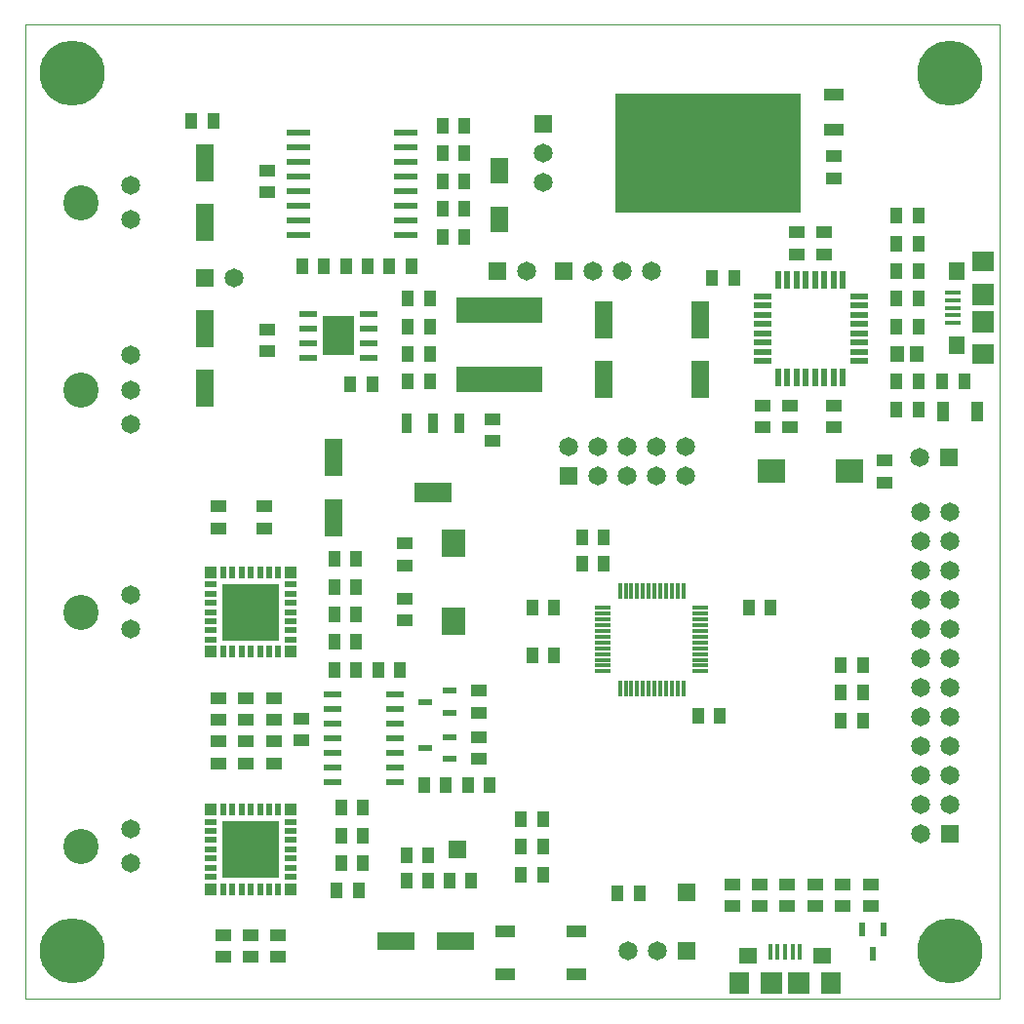
<source format=gts>
G04 (created by PCBNEW (2013-mar-13)-testing) date Tue 03 Sep 2013 07:06:26 PM EDT*
%MOIN*%
G04 Gerber Fmt 3.4, Leading zero omitted, Abs format*
%FSLAX34Y34*%
G01*
G70*
G90*
G04 APERTURE LIST*
%ADD10C,0.005906*%
%ADD11C,0.003937*%
%ADD12R,0.039370X0.057087*%
%ADD13R,0.057087X0.039370*%
%ADD14R,0.064961X0.127953*%
%ADD15R,0.061024X0.090551*%
%ADD16R,0.068898X0.041339*%
%ADD17R,0.041339X0.068898*%
%ADD18R,0.047244X0.057087*%
%ADD19R,0.015748X0.053150*%
%ADD20R,0.062992X0.055118*%
%ADD21R,0.070866X0.074803*%
%ADD22R,0.074803X0.074803*%
%ADD23R,0.053150X0.015748*%
%ADD24R,0.055118X0.062992*%
%ADD25R,0.074803X0.070866*%
%ADD26R,0.295276X0.086614*%
%ADD27C,0.222441*%
%ADD28R,0.064961X0.064961*%
%ADD29C,0.064961*%
%ADD30R,0.023622X0.051181*%
%ADD31R,0.051181X0.023622*%
%ADD32R,0.070866X0.043307*%
%ADD33R,0.057087X0.011811*%
%ADD34R,0.011811X0.057087*%
%ADD35R,0.080709X0.023622*%
%ADD36R,0.035433X0.070866*%
%ADD37R,0.125984X0.070866*%
%ADD38R,0.061024X0.023622*%
%ADD39R,0.106299X0.131890*%
%ADD40R,0.042520X0.042520*%
%ADD41R,0.042520X0.021654*%
%ADD42R,0.021654X0.042520*%
%ADD43R,0.196850X0.196850*%
%ADD44R,0.021654X0.059055*%
%ADD45R,0.059055X0.021654*%
%ADD46R,0.082677X0.096457*%
%ADD47R,0.096457X0.082677*%
%ADD48R,0.127953X0.064961*%
%ADD49R,0.631890X0.405512*%
%ADD50C,0.120079*%
G04 APERTURE END LIST*
G54D10*
G54D11*
X43385Y-47637D02*
X43385Y-14330D01*
X76692Y-47637D02*
X43385Y-47637D01*
X76692Y-14330D02*
X76692Y-47637D01*
X43385Y-14330D02*
X76692Y-14330D01*
G54D12*
X57893Y-43602D03*
X58641Y-43602D03*
G54D13*
X70393Y-43720D03*
X70393Y-44468D03*
X67559Y-43720D03*
X67559Y-44468D03*
G54D12*
X61476Y-34251D03*
X60728Y-34251D03*
X66397Y-37952D03*
X67145Y-37952D03*
G54D13*
X56377Y-32066D03*
X56377Y-32814D03*
G54D12*
X63169Y-32755D03*
X62421Y-32755D03*
X61476Y-35905D03*
X60728Y-35905D03*
X63641Y-44015D03*
X64389Y-44015D03*
X68129Y-34251D03*
X68877Y-34251D03*
G54D13*
X56377Y-34704D03*
X56377Y-33956D03*
G54D14*
X49527Y-19055D03*
X49527Y-21102D03*
G54D12*
X49822Y-17637D03*
X49074Y-17637D03*
X57657Y-18740D03*
X58405Y-18740D03*
G54D14*
X66456Y-24409D03*
X66456Y-26456D03*
G54D13*
X59370Y-27814D03*
X59370Y-28562D03*
G54D14*
X49527Y-26771D03*
X49527Y-24724D03*
G54D12*
X56476Y-23700D03*
X57224Y-23700D03*
G54D13*
X51653Y-24744D03*
X51653Y-25492D03*
G54D12*
X56476Y-24645D03*
X57224Y-24645D03*
G54D14*
X63149Y-24409D03*
X63149Y-26456D03*
G54D12*
X54704Y-36377D03*
X53956Y-36377D03*
G54D13*
X51889Y-38090D03*
X51889Y-37342D03*
X52047Y-46200D03*
X52047Y-45452D03*
G54D12*
X53956Y-35433D03*
X54704Y-35433D03*
G54D13*
X50944Y-39586D03*
X50944Y-38838D03*
G54D12*
X53956Y-32598D03*
X54704Y-32598D03*
X54192Y-41102D03*
X54940Y-41102D03*
G54D13*
X51574Y-31555D03*
X51574Y-30807D03*
G54D12*
X54035Y-43937D03*
X54783Y-43937D03*
G54D13*
X50944Y-37342D03*
X50944Y-38090D03*
X51102Y-45452D03*
X51102Y-46200D03*
G54D12*
X74744Y-26535D03*
X75492Y-26535D03*
X73917Y-22755D03*
X73169Y-22755D03*
X73917Y-20866D03*
X73169Y-20866D03*
G54D13*
X70708Y-22185D03*
X70708Y-21437D03*
X69527Y-27342D03*
X69527Y-28090D03*
G54D12*
X67618Y-22992D03*
X66870Y-22992D03*
G54D13*
X68582Y-28090D03*
X68582Y-27342D03*
G54D12*
X73169Y-24645D03*
X73917Y-24645D03*
G54D13*
X69763Y-22185D03*
X69763Y-21437D03*
X72755Y-29980D03*
X72755Y-29232D03*
X71023Y-27342D03*
X71023Y-28090D03*
G54D15*
X59606Y-21003D03*
X59606Y-19311D03*
G54D16*
X71023Y-17913D03*
X71023Y-16732D03*
G54D17*
X74763Y-27559D03*
X75944Y-27559D03*
G54D18*
X73877Y-25590D03*
X73208Y-25590D03*
G54D19*
X68858Y-46033D03*
X69114Y-46033D03*
X69370Y-46033D03*
X69625Y-46033D03*
X69881Y-46033D03*
G54D20*
X68110Y-46161D03*
X70629Y-46161D03*
G54D21*
X67795Y-47086D03*
X70944Y-47086D03*
G54D22*
X68897Y-47086D03*
X69842Y-47086D03*
G54D23*
X75088Y-24527D03*
X75088Y-24271D03*
X75088Y-24015D03*
X75088Y-23759D03*
X75088Y-23503D03*
G54D24*
X75216Y-25275D03*
X75216Y-22755D03*
G54D25*
X76141Y-25590D03*
X76141Y-22440D03*
G54D22*
X76141Y-24488D03*
X76141Y-23543D03*
G54D26*
X59606Y-24094D03*
X59606Y-26456D03*
G54D27*
X75000Y-46000D03*
X45000Y-16000D03*
X75000Y-16000D03*
X45000Y-46000D03*
G54D28*
X58169Y-42519D03*
X66000Y-44000D03*
X66000Y-46000D03*
G54D29*
X65000Y-46000D03*
X64000Y-46000D03*
G54D28*
X61811Y-22755D03*
G54D29*
X62811Y-22755D03*
X63811Y-22755D03*
X64811Y-22755D03*
G54D28*
X59527Y-22755D03*
G54D29*
X60527Y-22755D03*
G54D28*
X49527Y-22992D03*
G54D29*
X50527Y-22992D03*
G54D28*
X74960Y-29133D03*
G54D29*
X73960Y-29133D03*
G54D28*
X75000Y-42000D03*
G54D29*
X74000Y-42000D03*
X75000Y-41000D03*
X74000Y-41000D03*
X75000Y-40000D03*
X74000Y-40000D03*
X75000Y-39000D03*
X74000Y-39000D03*
X75000Y-38000D03*
X74000Y-38000D03*
X75000Y-37000D03*
X74000Y-37000D03*
X75000Y-36000D03*
X74000Y-36000D03*
X75000Y-35000D03*
X74000Y-35000D03*
X75000Y-34000D03*
X74000Y-34000D03*
X75000Y-33000D03*
X74000Y-33000D03*
X75000Y-32000D03*
X74000Y-32000D03*
X75000Y-31000D03*
X74000Y-31000D03*
G54D30*
X72736Y-45255D03*
X71988Y-45255D03*
X72362Y-46082D03*
G54D31*
X57893Y-39429D03*
X57893Y-38681D03*
X57066Y-39055D03*
X57893Y-37854D03*
X57893Y-37106D03*
X57066Y-37480D03*
G54D13*
X51889Y-39586D03*
X51889Y-38838D03*
G54D12*
X56417Y-43602D03*
X57165Y-43602D03*
X57165Y-42716D03*
X56417Y-42716D03*
G54D13*
X69448Y-43720D03*
X69448Y-44468D03*
X68503Y-43720D03*
X68503Y-44468D03*
X72283Y-44468D03*
X72283Y-43720D03*
X71338Y-44468D03*
X71338Y-43720D03*
G54D12*
X72027Y-38110D03*
X71279Y-38110D03*
X61082Y-43385D03*
X60334Y-43385D03*
X61082Y-42440D03*
X60334Y-42440D03*
X61082Y-41496D03*
X60334Y-41496D03*
X71279Y-37165D03*
X72027Y-37165D03*
X71279Y-36220D03*
X72027Y-36220D03*
G54D13*
X51653Y-20059D03*
X51653Y-19311D03*
G54D12*
X58405Y-17795D03*
X57657Y-17795D03*
X57657Y-21574D03*
X58405Y-21574D03*
X55846Y-22598D03*
X56594Y-22598D03*
X57657Y-20629D03*
X58405Y-20629D03*
X57657Y-19685D03*
X58405Y-19685D03*
X54350Y-22598D03*
X55098Y-22598D03*
G54D13*
X71023Y-19586D03*
X71023Y-18838D03*
G54D12*
X53602Y-22598D03*
X52854Y-22598D03*
X56476Y-25590D03*
X57224Y-25590D03*
X56476Y-26535D03*
X57224Y-26535D03*
X54507Y-26614D03*
X55255Y-26614D03*
X59271Y-40314D03*
X58523Y-40314D03*
G54D13*
X58897Y-37854D03*
X58897Y-37106D03*
X58897Y-38681D03*
X58897Y-39429D03*
G54D12*
X55452Y-36377D03*
X56200Y-36377D03*
G54D13*
X52834Y-38799D03*
X52834Y-38051D03*
G54D12*
X57027Y-40314D03*
X57775Y-40314D03*
G54D13*
X50000Y-30807D03*
X50000Y-31555D03*
X50000Y-37342D03*
X50000Y-38090D03*
X50000Y-38838D03*
X50000Y-39586D03*
X50157Y-45452D03*
X50157Y-46200D03*
G54D12*
X54704Y-34488D03*
X53956Y-34488D03*
X54940Y-42992D03*
X54192Y-42992D03*
X53956Y-33543D03*
X54704Y-33543D03*
X54192Y-42047D03*
X54940Y-42047D03*
X73169Y-23700D03*
X73917Y-23700D03*
X73169Y-21811D03*
X73917Y-21811D03*
X73917Y-26535D03*
X73169Y-26535D03*
X73169Y-27480D03*
X73917Y-27480D03*
X63169Y-31850D03*
X62421Y-31850D03*
G54D32*
X62244Y-46791D03*
X59803Y-46791D03*
X62244Y-45334D03*
X59803Y-45334D03*
G54D33*
X63129Y-34271D03*
X63129Y-34468D03*
X63129Y-34665D03*
X63129Y-34862D03*
X63129Y-35059D03*
X63129Y-35255D03*
X63129Y-35452D03*
X63129Y-35649D03*
X63129Y-35846D03*
X63129Y-36043D03*
X63129Y-36240D03*
X63129Y-36437D03*
G54D34*
X63720Y-37027D03*
X63917Y-37027D03*
X64114Y-37027D03*
X64311Y-37027D03*
X64507Y-37027D03*
X64704Y-37027D03*
X64901Y-37027D03*
X65098Y-37027D03*
X65295Y-37027D03*
X65492Y-37027D03*
X65688Y-37027D03*
X65885Y-37027D03*
G54D33*
X66476Y-36437D03*
X66476Y-36240D03*
X66476Y-36043D03*
X66476Y-35846D03*
X66476Y-35649D03*
X66476Y-35452D03*
X66476Y-35255D03*
X66476Y-35059D03*
X66476Y-34862D03*
X66476Y-34665D03*
X66476Y-34468D03*
X66476Y-34271D03*
G54D34*
X65885Y-33681D03*
X65688Y-33681D03*
X65492Y-33681D03*
X65295Y-33681D03*
X65098Y-33681D03*
X64901Y-33681D03*
X64704Y-33681D03*
X64507Y-33681D03*
X64311Y-33681D03*
X64114Y-33681D03*
X63917Y-33681D03*
X63720Y-33681D03*
G54D35*
X52736Y-18013D03*
X52736Y-18513D03*
X52736Y-19013D03*
X52736Y-19513D03*
X52736Y-20013D03*
X52736Y-20513D03*
X52736Y-21013D03*
X52736Y-21513D03*
X56397Y-21513D03*
X56397Y-21013D03*
X56397Y-20513D03*
X56397Y-20013D03*
X56397Y-19513D03*
X56397Y-19013D03*
X56397Y-18513D03*
X56397Y-18013D03*
G54D36*
X58228Y-27952D03*
X57322Y-27952D03*
X56417Y-27952D03*
G54D37*
X57322Y-30314D03*
G54D38*
X53051Y-24210D03*
X53051Y-24710D03*
X53051Y-25210D03*
X53051Y-25710D03*
X55137Y-25710D03*
X55137Y-25210D03*
X55137Y-24710D03*
X55137Y-24210D03*
G54D39*
X54094Y-24960D03*
G54D38*
X53897Y-37240D03*
X53897Y-37740D03*
X53897Y-38240D03*
X53897Y-38740D03*
X53897Y-39240D03*
X53897Y-39740D03*
X53897Y-40240D03*
X56023Y-40240D03*
X56023Y-39740D03*
X56023Y-39240D03*
X56023Y-38740D03*
X56023Y-38240D03*
X56023Y-37740D03*
X56023Y-37240D03*
G54D40*
X52460Y-35767D03*
G54D41*
X52460Y-35354D03*
X52460Y-35039D03*
X52460Y-34724D03*
X52460Y-34409D03*
X52460Y-34094D03*
X52460Y-33779D03*
X52460Y-33464D03*
G54D40*
X52460Y-33051D03*
G54D42*
X52047Y-33051D03*
X51732Y-33051D03*
X51417Y-33051D03*
X51102Y-33051D03*
X50787Y-33051D03*
X50472Y-33051D03*
X50157Y-33051D03*
G54D40*
X49744Y-33051D03*
G54D41*
X49744Y-33464D03*
X49744Y-33779D03*
X49744Y-34094D03*
X49744Y-34409D03*
X49744Y-34724D03*
X49744Y-35039D03*
X49744Y-35354D03*
G54D40*
X49744Y-35767D03*
G54D42*
X50157Y-35767D03*
X50472Y-35767D03*
X50787Y-35767D03*
X51102Y-35767D03*
X51417Y-35767D03*
X51732Y-35767D03*
X52047Y-35767D03*
G54D43*
X51102Y-34409D03*
G54D40*
X52460Y-43877D03*
G54D41*
X52460Y-43464D03*
X52460Y-43149D03*
X52460Y-42834D03*
X52460Y-42519D03*
X52460Y-42204D03*
X52460Y-41889D03*
X52460Y-41574D03*
G54D40*
X52460Y-41161D03*
G54D42*
X52047Y-41161D03*
X51732Y-41161D03*
X51417Y-41161D03*
X51102Y-41161D03*
X50787Y-41161D03*
X50472Y-41161D03*
X50157Y-41161D03*
G54D40*
X49744Y-41161D03*
G54D41*
X49744Y-41574D03*
X49744Y-41889D03*
X49744Y-42204D03*
X49744Y-42519D03*
X49744Y-42834D03*
X49744Y-43149D03*
X49744Y-43464D03*
G54D40*
X49744Y-43877D03*
G54D42*
X50157Y-43877D03*
X50472Y-43877D03*
X50787Y-43877D03*
X51102Y-43877D03*
X51417Y-43877D03*
X51732Y-43877D03*
X52047Y-43877D03*
G54D43*
X51102Y-42519D03*
G54D44*
X69133Y-26377D03*
X69448Y-26377D03*
X69763Y-26377D03*
X70078Y-26377D03*
X70393Y-26377D03*
X70708Y-26377D03*
X71023Y-26377D03*
X71338Y-26377D03*
G54D45*
X71889Y-25826D03*
X71889Y-25511D03*
X71889Y-25196D03*
X71889Y-24881D03*
X71889Y-24566D03*
X71889Y-24251D03*
X71889Y-23937D03*
X71889Y-23622D03*
G54D44*
X71338Y-23070D03*
X71023Y-23070D03*
X70708Y-23070D03*
X70393Y-23070D03*
X70078Y-23070D03*
X69763Y-23070D03*
X69448Y-23070D03*
X69133Y-23070D03*
G54D45*
X68582Y-23622D03*
X68582Y-23937D03*
X68582Y-24251D03*
X68582Y-24566D03*
X68582Y-24881D03*
X68582Y-25196D03*
X68582Y-25511D03*
X68582Y-25826D03*
G54D46*
X58031Y-34724D03*
X58031Y-32047D03*
G54D47*
X71574Y-29606D03*
X68897Y-29606D03*
G54D14*
X53937Y-31181D03*
X53937Y-29133D03*
G54D48*
X56062Y-45669D03*
X58110Y-45669D03*
G54D28*
X61102Y-17716D03*
G54D29*
X61102Y-18716D03*
X61102Y-19716D03*
G54D49*
X66732Y-18716D03*
G54D29*
X47000Y-28000D03*
X47000Y-26818D03*
G54D50*
X45299Y-26818D03*
G54D29*
X47000Y-25637D03*
X47000Y-43000D03*
X47000Y-41818D03*
G54D50*
X45299Y-42409D03*
G54D29*
X47000Y-35000D03*
X47000Y-33818D03*
G54D50*
X45299Y-34409D03*
G54D29*
X47000Y-21000D03*
X47000Y-19818D03*
G54D50*
X45299Y-20409D03*
G54D28*
X61968Y-29763D03*
G54D29*
X61968Y-28763D03*
X62968Y-29763D03*
X62968Y-28763D03*
X63968Y-29763D03*
X63968Y-28763D03*
X64968Y-29763D03*
X64968Y-28763D03*
X65968Y-29763D03*
X65968Y-28763D03*
M02*

</source>
